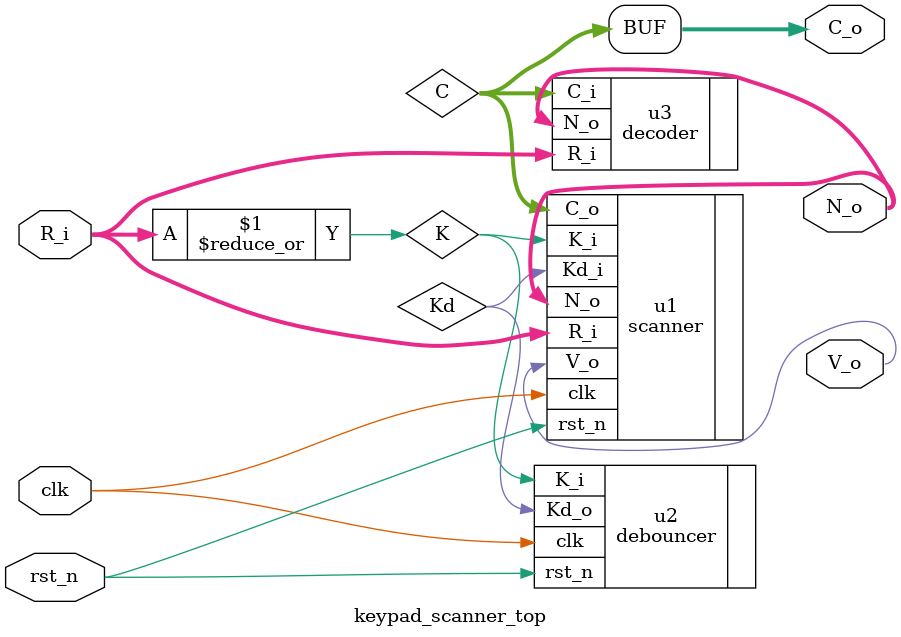
<source format=v>
`timescale 1ns / 1ps


module keypad_scanner_top(
    input clk, rst_n,
    input [4-1 : 0] R_i,
    output [4-1 : 0] N_o,
    output [3-1 : 0] C_o,
    output V_o
);
    wire [3-1 : 0] C;
    assign C_o = C;

    wire K = |R_i;
    wire Kd;

    scanner u1 (
        .clk(clk), .rst_n(rst_n),
        .K_i(K), .Kd_i(Kd),
        .R_i(R_i),
        .C_o(C),
        .N_o(N_o),
        .V_o(V_o)
    );

    debouncer u2 (
        .clk(clk), .rst_n(rst_n),
        .K_i(K),
        .Kd_o(Kd)
    );

    decoder u3 (
        .R_i(R_i),
        .C_i(C),
        .N_o(N_o)
    );
endmodule

</source>
